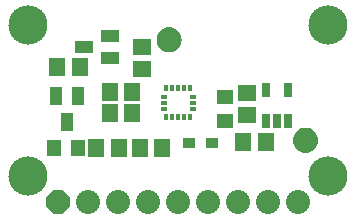
<source format=gbr>
G04 EAGLE Gerber RS-274X export*
G75*
%MOMM*%
%FSLAX34Y34*%
%LPD*%
%INSoldermask Top*%
%IPPOS*%
%AMOC8*
5,1,8,0,0,1.08239X$1,22.5*%
G01*
%ADD10R,1.401600X1.601600*%
%ADD11R,1.601600X1.401600*%
%ADD12P,2.199416X8X112.500000*%
%ADD13C,2.032000*%
%ADD14C,3.317600*%
%ADD15R,1.101600X1.501600*%
%ADD16R,1.501600X1.101600*%
%ADD17R,1.301600X1.401600*%
%ADD18R,1.401600X1.301600*%
%ADD19R,1.101600X0.901600*%
%ADD20R,0.651600X1.301600*%
%ADD21R,0.351600X0.501600*%
%ADD22R,0.501600X0.351600*%

G36*
X146572Y141920D02*
X146572Y141920D01*
X146615Y141932D01*
X146681Y141939D01*
X148364Y142390D01*
X148405Y142409D01*
X148468Y142428D01*
X150048Y143165D01*
X150085Y143191D01*
X150144Y143220D01*
X151572Y144220D01*
X151603Y144252D01*
X151656Y144291D01*
X152889Y145524D01*
X152914Y145560D01*
X152960Y145608D01*
X153960Y147036D01*
X153978Y147077D01*
X154015Y147132D01*
X154752Y148712D01*
X154763Y148755D01*
X154790Y148816D01*
X155241Y150499D01*
X155243Y150531D01*
X155250Y150552D01*
X155250Y150567D01*
X155260Y150608D01*
X155412Y152345D01*
X155408Y152389D01*
X155412Y152455D01*
X155260Y154192D01*
X155248Y154235D01*
X155241Y154301D01*
X154790Y155984D01*
X154771Y156025D01*
X154752Y156088D01*
X154015Y157668D01*
X153989Y157705D01*
X153960Y157764D01*
X152960Y159192D01*
X152928Y159223D01*
X152889Y159276D01*
X151656Y160509D01*
X151620Y160534D01*
X151572Y160580D01*
X150144Y161580D01*
X150103Y161598D01*
X150048Y161635D01*
X148468Y162372D01*
X148425Y162383D01*
X148364Y162410D01*
X146681Y162861D01*
X146636Y162864D01*
X146572Y162880D01*
X144835Y163032D01*
X144791Y163028D01*
X144725Y163032D01*
X142988Y162880D01*
X142945Y162868D01*
X142879Y162861D01*
X141196Y162410D01*
X141155Y162391D01*
X141092Y162372D01*
X139512Y161635D01*
X139475Y161609D01*
X139416Y161580D01*
X137988Y160580D01*
X137957Y160548D01*
X137904Y160509D01*
X136671Y159276D01*
X136646Y159240D01*
X136600Y159192D01*
X135600Y157764D01*
X135582Y157723D01*
X135545Y157668D01*
X134808Y156088D01*
X134797Y156045D01*
X134770Y155984D01*
X134319Y154301D01*
X134316Y154256D01*
X134300Y154192D01*
X134148Y152455D01*
X134152Y152411D01*
X134148Y152345D01*
X134300Y150608D01*
X134312Y150565D01*
X134316Y150531D01*
X134316Y150515D01*
X134318Y150510D01*
X134319Y150499D01*
X134770Y148816D01*
X134789Y148775D01*
X134808Y148712D01*
X135545Y147132D01*
X135571Y147095D01*
X135600Y147036D01*
X136600Y145608D01*
X136632Y145577D01*
X136671Y145524D01*
X137904Y144291D01*
X137940Y144266D01*
X137988Y144220D01*
X139416Y143220D01*
X139457Y143202D01*
X139512Y143165D01*
X141092Y142428D01*
X141135Y142417D01*
X141196Y142390D01*
X142879Y141939D01*
X142924Y141936D01*
X142988Y141920D01*
X144725Y141768D01*
X144769Y141772D01*
X144835Y141768D01*
X146572Y141920D01*
G37*
G36*
X262142Y56830D02*
X262142Y56830D01*
X262185Y56842D01*
X262251Y56849D01*
X263934Y57300D01*
X263975Y57319D01*
X264038Y57338D01*
X265618Y58075D01*
X265655Y58101D01*
X265714Y58130D01*
X267142Y59130D01*
X267173Y59162D01*
X267226Y59201D01*
X268459Y60434D01*
X268484Y60470D01*
X268530Y60518D01*
X269530Y61946D01*
X269548Y61987D01*
X269585Y62042D01*
X270322Y63622D01*
X270333Y63665D01*
X270360Y63726D01*
X270811Y65409D01*
X270813Y65441D01*
X270820Y65462D01*
X270820Y65477D01*
X270830Y65518D01*
X270982Y67255D01*
X270978Y67299D01*
X270982Y67365D01*
X270830Y69102D01*
X270818Y69145D01*
X270811Y69211D01*
X270360Y70894D01*
X270341Y70935D01*
X270322Y70998D01*
X269585Y72578D01*
X269559Y72615D01*
X269530Y72674D01*
X268530Y74102D01*
X268498Y74133D01*
X268459Y74186D01*
X267226Y75419D01*
X267190Y75444D01*
X267142Y75490D01*
X265714Y76490D01*
X265673Y76508D01*
X265618Y76545D01*
X264038Y77282D01*
X263995Y77293D01*
X263934Y77320D01*
X262251Y77771D01*
X262206Y77774D01*
X262142Y77790D01*
X260405Y77942D01*
X260361Y77938D01*
X260295Y77942D01*
X258558Y77790D01*
X258515Y77778D01*
X258449Y77771D01*
X256766Y77320D01*
X256725Y77301D01*
X256662Y77282D01*
X255082Y76545D01*
X255045Y76519D01*
X254986Y76490D01*
X253558Y75490D01*
X253527Y75458D01*
X253474Y75419D01*
X252241Y74186D01*
X252216Y74150D01*
X252170Y74102D01*
X251170Y72674D01*
X251152Y72633D01*
X251115Y72578D01*
X250378Y70998D01*
X250367Y70955D01*
X250340Y70894D01*
X249889Y69211D01*
X249886Y69166D01*
X249870Y69102D01*
X249718Y67365D01*
X249722Y67321D01*
X249718Y67255D01*
X249870Y65518D01*
X249882Y65475D01*
X249886Y65441D01*
X249886Y65425D01*
X249888Y65420D01*
X249889Y65409D01*
X250340Y63726D01*
X250359Y63685D01*
X250378Y63622D01*
X251115Y62042D01*
X251141Y62005D01*
X251170Y61946D01*
X252170Y60518D01*
X252202Y60487D01*
X252241Y60434D01*
X253474Y59201D01*
X253510Y59176D01*
X253558Y59130D01*
X254986Y58130D01*
X255027Y58112D01*
X255082Y58075D01*
X256662Y57338D01*
X256705Y57327D01*
X256766Y57300D01*
X258449Y56849D01*
X258494Y56846D01*
X258558Y56830D01*
X260295Y56678D01*
X260339Y56682D01*
X260405Y56678D01*
X262142Y56830D01*
G37*
D10*
X94640Y107950D03*
X113640Y107950D03*
D11*
X210820Y88290D03*
X210820Y107290D03*
X121920Y146660D03*
X121920Y127660D03*
D12*
X50800Y15240D03*
D13*
X76200Y15240D03*
X101600Y15240D03*
X127000Y15240D03*
X152400Y15240D03*
X177800Y15240D03*
X203200Y15240D03*
X228600Y15240D03*
X254000Y15240D03*
D14*
X25400Y36830D03*
X279400Y36830D03*
D15*
X58420Y82980D03*
X48920Y104980D03*
X67920Y104980D03*
D16*
X72820Y146050D03*
X94820Y155550D03*
X94820Y136550D03*
D10*
X50190Y129540D03*
X69190Y129540D03*
D17*
X46990Y60960D03*
X67310Y60960D03*
D10*
X83210Y60960D03*
X102210Y60960D03*
X113640Y90170D03*
X94640Y90170D03*
D18*
X191770Y104140D03*
X191770Y83820D03*
D19*
X181450Y64770D03*
X161450Y64770D03*
D14*
X279400Y165100D03*
X25400Y165100D03*
D20*
X226720Y83520D03*
X236220Y83520D03*
X245720Y83520D03*
X245720Y109520D03*
X226720Y109520D03*
D10*
X207670Y66040D03*
X226670Y66040D03*
X120040Y60960D03*
X139040Y60960D03*
D21*
X142400Y86810D03*
X147400Y86810D03*
X152400Y86810D03*
X157400Y86810D03*
X162400Y86810D03*
D22*
X164650Y94060D03*
X164650Y99060D03*
X164650Y104060D03*
D21*
X162400Y111310D03*
X157400Y111310D03*
X152400Y111310D03*
X147400Y111310D03*
X142400Y111310D03*
D22*
X140150Y104060D03*
X140150Y99060D03*
X140150Y94060D03*
M02*

</source>
